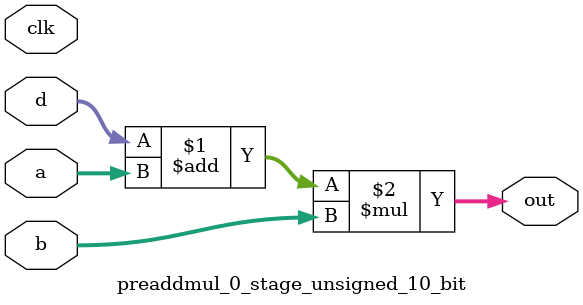
<source format=sv>
(* use_dsp = "yes" *) module preaddmul_0_stage_unsigned_10_bit(
	input  [9:0] a,
	input  [9:0] b,
	input  [9:0] d,
	output [9:0] out,
	input clk);

	assign out = (d + a) * b;
endmodule

</source>
